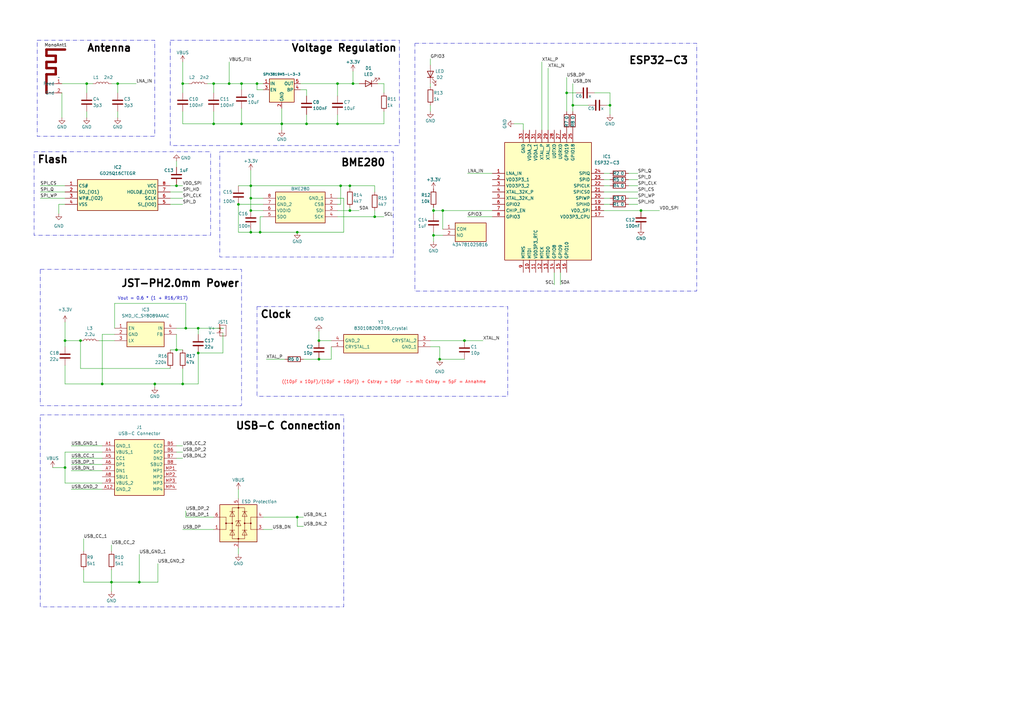
<source format=kicad_sch>
(kicad_sch (version 20230121) (generator eeschema)
  (paper "A3")
  (lib_symbols
    (symbol "830108208709:830108208709"
      (property "Reference" "Y" (at 36.83 7.62 0))
      (property "Value" "830108208709" (at 36.83 5.08 0))
      (symbol "830108208709_1_1"
        (rectangle (start 5.08 2.54) (end 35.56 -5.08) (stroke (width 0.254)) (fill (type background)))
        (pin passive line (at 0 -2.54 0) (length 5.08) (name "CRYSTAL_1") (number "1"))
        (pin passive line (at 40.64 -2.54 180) (length 5.08) (name "GND_1") (number "2"))
        (pin passive line (at 40.64 0 180) (length 5.08) (name "CRYSTAL_2") (number "3"))
        (pin passive line (at 0 0 0) (length 5.08) (name "GND_2") (number "4"))
      )
    )
    (symbol "BME280:BME280"
      (property "Reference" "HM" (at 26.67 7.62 0))
      (property "Value" "BME280" (at 26.67 5.08 0))
      (symbol "BME280_1_1"
        (rectangle (start 5.08 2.54) (end 25.4 -10.16) (stroke (width 0.254)) (fill (type background)))
        (pin power_in line (at 30.48 0 180) (length 5.08) (name "GND_1") (number "1"))
        (pin input line (at 30.48 -2.54 180) (length 5.08) (name "CSB") (number "2"))
        (pin passive line (at 30.48 -5.08 180) (length 5.08) (name "SDI") (number "3"))
        (pin passive line (at 30.48 -7.62 180) (length 5.08) (name "SCK") (number "4"))
        (pin passive line (at 0 -7.62 0) (length 5.08) (name "SDO") (number "5"))
        (pin power_in line (at 0 -5.08 0) (length 5.08) (name "VDDIO") (number "6"))
        (pin power_in line (at 0 -2.54 0) (length 5.08) (name "GND_2") (number "7"))
        (pin power_in line (at 0 0 0) (length 5.08) (name "VDD") (number "8"))
      )
    )
    (symbol "Device:C" (pin_numbers hide) (pin_names (offset 0.254))
      (property "Reference" "C" (at 0.635 2.54 0))
      (property "Value" "C" (at 0.635 -2.54 0))
      (symbol "C_0_1"
        (polyline (pts (xy -2.032 -0.762) (xy 2.032 -0.762)) (stroke (width 0.508)))
        (polyline (pts (xy -2.032 0.762) (xy 2.032 0.762)) (stroke (width 0.508)))
      )
      (symbol "C_1_1"
        (pin passive line (at 0 3.81 270) (length 2.794) (name "~") (number "1"))
        (pin passive line (at 0 -3.81 90) (length 2.794) (name "~") (number "2"))
      )
    )
    (symbol "Device:L" (pin_numbers hide) (pin_names (offset 1.016) hide)
      (property "Reference" "L" (at -1.27 0 90))
      (property "Value" "L" (at 1.905 0 90))
      (symbol "L_0_1"
        (arc (start 0 -2.54) (mid 0.6323 -1.905) (end 0 -1.27))
        (arc (start 0 -1.27) (mid 0.6323 -0.635) (end 0 0))
        (arc (start 0 0) (mid 0.6323 0.635) (end 0 1.27))
        (arc (start 0 1.27) (mid 0.6323 1.905) (end 0 2.54))
      )
      (symbol "L_1_1"
        (pin passive line (at 0 3.81 270) (length 1.27) (name "1") (number "1"))
        (pin passive line (at 0 -3.81 90) (length 1.27) (name "2") (number "2"))
      )
    )
    (symbol "Device:LED" (pin_numbers hide) (pin_names (offset 1.016) hide)
      (property "Reference" "D" (at 0 2.54 0))
      (property "Value" "LED" (at 0 -2.54 0))
      (symbol "LED_0_1"
        (polyline (pts (xy -1.27 -1.27) (xy -1.27 1.27)) (stroke (width 0.254)))
        (polyline (pts (xy -1.27 0) (xy 1.27 0)))
        (polyline (pts (xy 1.27 -1.27) (xy 1.27 1.27) (xy -1.27 0) (xy 1.27 -1.27)) (stroke (width 0.254)))
        (polyline (pts (xy -3.048 -0.762) (xy -4.572 -2.286) (xy -3.81 -2.286) (xy -4.572 -2.286) (xy -4.572 -1.524)))
        (polyline (pts (xy -1.778 -0.762) (xy -3.302 -2.286) (xy -2.54 -2.286) (xy -3.302 -2.286) (xy -3.302 -1.524)))
      )
      (symbol "LED_1_1"
        (pin passive line (at -3.81 0 0) (length 2.54) (name "K") (number "1"))
        (pin passive line (at 3.81 0 180) (length 2.54) (name "A") (number "2"))
      )
    )
    (symbol "Device:R" (pin_numbers hide) (pin_names (offset 0))
      (property "Reference" "R" (at 2.032 0 90))
      (property "Value" "R" (at 0 0 90))
      (symbol "R_0_1"
        (rectangle (start -1.016 -2.54) (end 1.016 2.54) (stroke (width 0.254)))
      )
      (symbol "R_1_1"
        (pin passive line (at 0 3.81 270) (length 1.27) (name "~") (number "1"))
        (pin passive line (at 0 -3.81 90) (length 1.27) (name "~") (number "2"))
      )
    )
    (symbol "Device:antenna_triangle"
      (property "Reference" "MonoAnt1" (at -1.27 15.875 0))
      (property "Value" "~" (at 0 2.54 0))
      (symbol "antenna_triangle_0_1"
        (polyline (pts (xy 1.27 -3.81) (xy -5.08 -3.81)))
        (polyline (pts (xy 1.27 0) (xy -5.08 0)))
      )
      (symbol "antenna_triangle_1_1"
        (polyline (pts (xy -5.08 -3.81) (xy -5.08 3.81)) (stroke (width 1)))
        (polyline (pts (xy -5.08 3.81) (xy -1.27 3.81)) (stroke (width 1)))
        (polyline (pts (xy -5.08 6.35) (xy -5.08 8.89)) (stroke (width 1)))
        (polyline (pts (xy -5.08 8.89) (xy -1.27 8.89)) (stroke (width 1)))
        (polyline (pts (xy -5.08 11.43) (xy -5.08 13.97)) (stroke (width 1)))
        (polyline (pts (xy -5.08 13.97) (xy 2.54 13.97)) (stroke (width 1)))
        (polyline (pts (xy -1.27 3.81) (xy -1.27 6.35)) (stroke (width 1)))
        (polyline (pts (xy -1.27 6.35) (xy -5.08 6.35)) (stroke (width 1)))
        (polyline (pts (xy -1.27 8.89) (xy -1.27 11.43)) (stroke (width 1)))
        (polyline (pts (xy -1.27 11.43) (xy -5.08 11.43)) (stroke (width 1)))
        (pin input line (at 1.27 0 180) (length 2.54) (name "Feed") (number "1"))
        (pin output line (at 1.27 -3.81 180) (length 2.54) (name "Gnd") (number "2"))
      )
    )
    (symbol "ESP32-C3:ESP32-C3"
      (property "Reference" "IC" (at 41.91 17.78 0))
      (property "Value" "ESP32-C3" (at 41.91 15.24 0))
      (symbol "ESP32-C3_1_1"
        (rectangle (start 5.08 12.7) (end 40.64 -35.56) (stroke (width 0.254)) (fill (type background)))
        (pin passive line (at 0 0 0) (length 5.08) (name "LNA_IN") (number "1"))
        (pin passive line (at 15.24 -40.64 90) (length 5.08) (name "MTDI") (number "10"))
        (pin passive line (at 17.78 -40.64 90) (length 5.08) (name "VDD3P3_RTC") (number "11"))
        (pin passive line (at 20.32 -40.64 90) (length 5.08) (name "MTCK") (number "12"))
        (pin passive line (at 22.86 -40.64 90) (length 5.08) (name "MTDO") (number "13"))
        (pin passive line (at 25.4 -40.64 90) (length 5.08) (name "GPIO8") (number "14"))
        (pin passive line (at 27.94 -40.64 90) (length 5.08) (name "GPIO9") (number "15"))
        (pin passive line (at 30.48 -40.64 90) (length 5.08) (name "GPIO10") (number "16"))
        (pin passive line (at 45.72 -17.78 180) (length 5.08) (name "VDD3P3_CPU") (number "17"))
        (pin passive line (at 45.72 -15.24 180) (length 5.08) (name "VDD_SPI") (number "18"))
        (pin passive line (at 45.72 -12.7 180) (length 5.08) (name "SPIHD") (number "19"))
        (pin passive line (at 0 -2.54 0) (length 5.08) (name "VDD3P3_1") (number "2"))
        (pin passive line (at 45.72 -10.16 180) (length 5.08) (name "SPIWP") (number "20"))
        (pin passive line (at 45.72 -7.62 180) (length 5.08) (name "SPICS0") (number "21"))
        (pin passive line (at 45.72 -5.08 180) (length 5.08) (name "SPICLK") (number "22"))
        (pin passive line (at 45.72 -2.54 180) (length 5.08) (name "SPID") (number "23"))
        (pin passive line (at 45.72 0 180) (length 5.08) (name "SPIQ") (number "24"))
        (pin passive line (at 33.02 17.78 270) (length 5.08) (name "GPIO18") (number "25"))
        (pin passive line (at 30.48 17.78 270) (length 5.08) (name "GPIO19") (number "26"))
        (pin passive line (at 27.94 17.78 270) (length 5.08) (name "U0RXD") (number "27"))
        (pin passive line (at 25.4 17.78 270) (length 5.08) (name "U0TXD") (number "28"))
        (pin passive line (at 22.86 17.78 270) (length 5.08) (name "XTAL_N") (number "29"))
        (pin passive line (at 0 -5.08 0) (length 5.08) (name "VDD3P3_2") (number "3"))
        (pin passive line (at 20.32 17.78 270) (length 5.08) (name "XTAL_P") (number "30"))
        (pin passive line (at 17.78 17.78 270) (length 5.08) (name "VDDA_1") (number "31"))
        (pin passive line (at 15.24 17.78 270) (length 5.08) (name "VDDA_2") (number "32"))
        (pin passive line (at 12.7 17.78 270) (length 5.08) (name "GND") (number "33"))
        (pin passive line (at 0 -7.62 0) (length 5.08) (name "XTAL_32K_P") (number "4"))
        (pin passive line (at 0 -10.16 0) (length 5.08) (name "XTAL_32K_N") (number "5"))
        (pin passive line (at 0 -12.7 0) (length 5.08) (name "GPIO2") (number "6"))
        (pin passive line (at 0 -15.24 0) (length 5.08) (name "CHIP_EN") (number "7"))
        (pin passive line (at 0 -17.78 0) (length 5.08) (name "GPIO3") (number "8"))
        (pin passive line (at 12.7 -40.64 90) (length 5.08) (name "MTMS") (number "9"))
      )
    )
    (symbol "GD25Q16CTEGR:GD25Q16CTEGR"
      (property "Reference" "IC" (at 39.37 7.62 0))
      (property "Value" "GD25Q16CTEGR" (at 39.37 5.08 0))
      (symbol "GD25Q16CTEGR_1_1"
        (rectangle (start 5.08 2.54) (end 38.1 -10.16) (stroke (width 0.254)) (fill (type background)))
        (pin passive line (at 0 0 0) (length 5.08) (name "CS#") (number "1"))
        (pin passive line (at 0 -2.54 0) (length 5.08) (name "SO_(IO1)") (number "2"))
        (pin passive line (at 0 -5.08 0) (length 5.08) (name "WP#_(IO2)") (number "3"))
        (pin passive line (at 0 -7.62 0) (length 5.08) (name "VSS") (number "4"))
        (pin passive line (at 43.18 -7.62 180) (length 5.08) (name "SI_(IO0)") (number "5"))
        (pin passive line (at 43.18 -5.08 180) (length 5.08) (name "SCLK") (number "6"))
        (pin passive line (at 43.18 -2.54 180) (length 5.08) (name "HOLD#_(IO3)") (number "7"))
        (pin passive line (at 43.18 0 180) (length 5.08) (name "VCC") (number "8"))
      )
    )
    (symbol "GSB1C41110SSHR:GSB1C41110SSHR"
      (property "Reference" "J" (at 26.67 7.62 0))
      (property "Value" "GSB1C41110SSHR" (at 26.67 5.08 0))
      (symbol "GSB1C41110SSHR_1_1"
        (rectangle (start 5.08 2.54) (end 25.4 -20.32) (stroke (width 0.254)) (fill (type background)))
        (pin passive line (at 0 0 0) (length 5.08) (name "GND_1") (number "A1"))
        (pin passive line (at 0 -17.78 0) (length 5.08) (name "GND_2") (number "A12"))
        (pin passive line (at 0 -2.54 0) (length 5.08) (name "VBUS_1") (number "A4"))
        (pin passive line (at 0 -5.08 0) (length 5.08) (name "CC1") (number "A5"))
        (pin passive line (at 0 -7.62 0) (length 5.08) (name "DP1") (number "A6"))
        (pin passive line (at 0 -10.16 0) (length 5.08) (name "DN1") (number "A7"))
        (pin passive line (at 0 -12.7 0) (length 5.08) (name "SBU1") (number "A8"))
        (pin passive line (at 0 -15.24 0) (length 5.08) (name "VBUS_2") (number "A9"))
        (pin passive line (at 30.48 0 180) (length 5.08) (name "CC2") (number "B5"))
        (pin passive line (at 30.48 -2.54 180) (length 5.08) (name "DP2") (number "B6"))
        (pin passive line (at 30.48 -5.08 180) (length 5.08) (name "DN2") (number "B7"))
        (pin passive line (at 30.48 -7.62 180) (length 5.08) (name "SBU2") (number "B8"))
        (pin passive line (at 30.48 -10.16 180) (length 5.08) (name "MP1") (number "MP1"))
        (pin passive line (at 30.48 -12.7 180) (length 5.08) (name "MP2") (number "MP2"))
        (pin passive line (at 30.48 -15.24 180) (length 5.08) (name "MP3") (number "MP3"))
        (pin passive line (at 30.48 -17.78 180) (length 5.08) (name "MP4") (number "MP4"))
      )
    )
    (symbol "JST_Connectors:JST-PH2.0mm"
      (property "Reference" "U" (at 0 0 0))
      (symbol "JST-PH2.0mm_0_1"
        (rectangle (start -1.27 1.27) (end 1.27 -3.175))
      )
      (symbol "JST-PH2.0mm_1_1"
        (pin input line (at 0 0 180) (length 2.54) (name "V+") (number "1"))
        (pin input line (at 0 -1.905 180) (length 2.54) (name "V-") (number "2"))
      )
    )
    (symbol "Power_Protection:USBLC6-2P6" (pin_names hide)
      (property "Reference" "U" (at 2.54 8.89 0))
      (property "Value" "USBLC6-2P6" (at 2.54 -8.89 0))
      (symbol "USBLC6-2P6_0_1"
        (rectangle (start -7.62 -7.62) (end 7.62 7.62) (stroke (width 0.254)) (fill (type background)))
        (circle (center -5.08 0) (radius 0.254) (fill (type outline)))
        (circle (center -2.54 0) (radius 0.254) (fill (type outline)))
        (rectangle (start -2.54 6.35) (end 2.54 -6.35))
        (circle (center 0 -6.35) (radius 0.254) (fill (type outline)))
        (polyline (pts (xy -5.08 -2.54) (xy -7.62 -2.54)))
        (polyline (pts (xy -5.08 0) (xy -5.08 -2.54)))
        (polyline (pts (xy -5.08 2.54) (xy -7.62 2.54)))
        (polyline (pts (xy -1.524 -2.794) (xy -3.556 -2.794)))
        (polyline (pts (xy -1.524 4.826) (xy -3.556 4.826)))
        (polyline (pts (xy 0 -7.62) (xy 0 -6.35)))
        (polyline (pts (xy 0 -6.35) (xy 0 1.27)))
        (polyline (pts (xy 0 1.27) (xy 0 6.35)))
        (polyline (pts (xy 0 6.35) (xy 0 7.62)))
        (polyline (pts (xy 1.524 -2.794) (xy 3.556 -2.794)))
        (polyline (pts (xy 1.524 4.826) (xy 3.556 4.826)))
        (polyline (pts (xy 5.08 -2.54) (xy 7.62 -2.54)))
        (polyline (pts (xy 5.08 0) (xy 5.08 -2.54)))
        (polyline (pts (xy 5.08 2.54) (xy 7.62 2.54)))
        (polyline (pts (xy -2.54 0) (xy -5.08 0) (xy -5.08 2.54)))
        (polyline (pts (xy 2.54 0) (xy 5.08 0) (xy 5.08 2.54)))
        (polyline (pts (xy -3.556 -4.826) (xy -1.524 -4.826) (xy -2.54 -2.794) (xy -3.556 -4.826)))
        (polyline (pts (xy -3.556 2.794) (xy -1.524 2.794) (xy -2.54 4.826) (xy -3.556 2.794)))
        (polyline (pts (xy -1.016 -1.016) (xy 1.016 -1.016) (xy 0 1.016) (xy -1.016 -1.016)))
        (polyline (pts (xy 1.016 1.016) (xy 0.762 1.016) (xy -1.016 1.016) (xy -1.016 0.508)))
        (polyline (pts (xy 3.556 -4.826) (xy 1.524 -4.826) (xy 2.54 -2.794) (xy 3.556 -4.826)))
        (polyline (pts (xy 3.556 2.794) (xy 1.524 2.794) (xy 2.54 4.826) (xy 3.556 2.794)))
        (circle (center 0 6.35) (radius 0.254) (fill (type outline)))
        (circle (center 2.54 0) (radius 0.254) (fill (type outline)))
        (circle (center 5.08 0) (radius 0.254) (fill (type outline)))
      )
      (symbol "USBLC6-2P6_1_1"
        (pin passive line (at -10.16 -2.54 0) (length 2.54) (name "I/O1") (number "1"))
        (pin passive line (at 0 -10.16 90) (length 2.54) (name "GND") (number "2"))
        (pin passive line (at 10.16 -2.54 180) (length 2.54) (name "I/O2") (number "3"))
        (pin passive line (at 10.16 2.54 180) (length 2.54) (name "I/O2") (number "4"))
        (pin passive line (at 0 10.16 270) (length 2.54) (name "VBUS") (number "5"))
        (pin passive line (at -10.16 2.54 0) (length 2.54) (name "I/O1") (number "6"))
      )
    )
    (symbol "Regulator_Linear:SPX3819M5-L-3-3" (pin_names (offset 0.254))
      (property "Reference" "U" (at -3.81 5.715 0))
      (property "Value" "SPX3819M5-L-3-3" (at 0 5.715 0))
      (symbol "SPX3819M5-L-3-3_0_1"
        (rectangle (start -5.08 4.445) (end 5.08 -5.08) (stroke (width 0.254)) (fill (type background)))
      )
      (symbol "SPX3819M5-L-3-3_1_1"
        (pin power_in line (at -7.62 2.54 0) (length 2.54) (name "IN") (number "1"))
        (pin power_in line (at 0 -7.62 90) (length 2.54) (name "GND") (number "2"))
        (pin input line (at -7.62 0 0) (length 2.54) (name "EN") (number "3"))
        (pin input line (at 7.62 0 180) (length 2.54) (name "BP") (number "4"))
        (pin power_out line (at 7.62 2.54 180) (length 2.54) (name "OUT") (number "5"))
      )
    )
    (symbol "SMD_IC_SY8089AAAC:SMD_IC_SY8089AAAC"
      (property "Reference" "IC" (at 21.59 7.62 0))
      (property "Value" "SMD_IC_SY8089AAAC" (at 21.59 5.08 0))
      (symbol "SMD_IC_SY8089AAAC_1_1"
        (rectangle (start 5.08 2.54) (end 20.32 -7.62) (stroke (width 0.254)) (fill (type background)))
        (pin passive line (at 0 0 0) (length 5.08) (name "EN") (number "1"))
        (pin passive line (at 0 -2.54 0) (length 5.08) (name "GND") (number "2"))
        (pin passive line (at 0 -5.08 0) (length 5.08) (name "LX") (number "3"))
        (pin passive line (at 25.4 0 180) (length 5.08) (name "IN") (number "4"))
        (pin passive line (at 25.4 -2.54 180) (length 5.08) (name "FB") (number "5"))
      )
    )
    (symbol "power:+3.3V" (power) (pin_names (offset 0))
      (property "Value" "+3.3V" (at 0 3.556 0))
      (symbol "+3.3V_0_1"
        (polyline (pts (xy -0.762 1.27) (xy 0 2.54)))
        (polyline (pts (xy 0 0) (xy 0 2.54)))
        (polyline (pts (xy 0 2.54) (xy 0.762 1.27)))
      )
      (symbol "+3.3V_1_1"
        (pin power_in line (at 0 0 90) (length 0) hide (name "+3.3V") (number "1"))
      )
    )
    (symbol "power:GND" (power) (pin_names (offset 0))
      (property "Value" "GND" (at 0 -3.81 0))
      (symbol "GND_0_1"
        (polyline (pts (xy 0 0) (xy 0 -1.27) (xy 1.27 -1.27) (xy 0 -2.54) (xy -1.27 -1.27) (xy 0 -1.27)))
      )
      (symbol "GND_1_1"
        (pin power_in line (at 0 0 270) (length 0) hide (name "GND") (number "1"))
      )
    )
    (symbol "power:VBUS" (power) (pin_names (offset 0))
      (property "Value" "VBUS" (at 0 3.81 0))
      (symbol "VBUS_0_1"
        (polyline (pts (xy -0.762 1.27) (xy 0 2.54)))
        (polyline (pts (xy 0 0) (xy 0 2.54)))
        (polyline (pts (xy 0 2.54) (xy 0.762 1.27)))
      )
      (symbol "VBUS_1_1"
        (pin power_in line (at 0 0 90) (length 0) hide (name "VBUS") (number "1"))
      )
    )
    (symbol "tactical_switch_SensorHub:434781025816"
      (property "Reference" "S" (at 19.05 7.62 0))
      (property "Value" "434781025816" (at 19.05 5.08 0))
      (symbol "434781025816_1_1"
        (rectangle (start 5.08 2.54) (end 17.78 -5.08) (stroke (width 0.254)) (fill (type background)))
        (pin passive line (at 0 0 0) (length 5.08) (name "COM") (number "1"))
        (pin passive line (at 0 -2.54 0) (length 5.08) (name "NO") (number "2"))
      )
    )
  )
  (junction (at 153.67 88.9))
  (junction (at 232.41 38.1))
  (junction (at 250.19 43.18))
  (junction (at 26.67 139.7))
  (junction (at 177.8 96.52))
  (junction (at 81.28 144.78))
  (junction (at 102.87 86.36))
  (junction (at 121.92 95.25))
  (junction (at 41.91 157.48))
  (junction (at 72.39 143.51))
  (junction (at 262.89 86.36))
  (junction (at 87.63 34.29))
  (junction (at 190.5 139.7))
  (junction (at 76.2 134.62))
  (junction (at 26.67 191.77))
  (junction (at 72.39 76.2))
  (junction (at 121.92 212.09))
  (junction (at 74.93 157.48))
  (junction (at 81.28 134.62))
  (junction (at 143.51 76.2))
  (junction (at 87.63 50.8))
  (junction (at 102.87 76.2))
  (junction (at 106.68 95.25))
  (junction (at 115.57 50.8))
  (junction (at 144.78 34.29))
  (junction (at 57.15 238.76))
  (junction (at 97.79 83.82))
  (junction (at 102.87 95.25))
  (junction (at 139.7 76.2))
  (junction (at 35.56 34.29))
  (junction (at 125.73 50.8))
  (junction (at 33.02 139.7))
  (junction (at 99.06 34.29))
  (junction (at 177.8 86.36))
  (junction (at 102.87 81.28))
  (junction (at 74.93 34.29))
  (junction (at 99.06 50.8))
  (junction (at 181.61 86.36))
  (junction (at 138.43 34.29))
  (junction (at 105.41 34.29))
  (junction (at 45.72 238.76))
  (junction (at 130.81 147.32))
  (junction (at 234.95 43.18))
  (junction (at 93.98 34.29))
  (junction (at 180.34 147.32))
  (junction (at 143.51 86.36))
  (junction (at 48.26 34.29))
  (junction (at 138.43 50.8))
  (junction (at 63.5 157.48))
  (junction (at 130.81 139.7))
  (wire (pts (xy 69.85 83.82) (xy 74.93 83.82)))
  (wire (pts (xy 97.79 224.79) (xy 97.79 227.33)))
  (wire (pts (xy 177.8 85.09) (xy 177.8 86.36)))
  (wire (pts (xy 234.95 43.18) (xy 234.95 45.72)))
  (wire (pts (xy 57.15 227.33) (xy 57.15 238.76)))
  (wire (pts (xy 247.65 78.74) (xy 261.62 78.74)))
  (wire (pts (xy 26.67 132.08) (xy 26.67 139.7)))
  (wire (pts (xy 250.19 43.18) (xy 250.19 38.1)))
  (wire (pts (xy 109.22 147.32) (xy 116.84 147.32)))
  (wire (pts (xy 40.64 139.7) (xy 46.99 139.7)))
  (wire (pts (xy 177.8 86.36) (xy 181.61 86.36)))
  (wire (pts (xy 247.65 83.82) (xy 250.19 83.82)))
  (wire (pts (xy 106.68 95.25) (xy 102.87 95.25)))
  (wire (pts (xy 74.93 25.4) (xy 74.93 34.29)))
  (wire (pts (xy 224.79 27.94) (xy 224.79 53.34)))
  (wire (pts (xy 29.21 182.88) (xy 41.91 182.88)))
  (wire (pts (xy 74.93 38.1) (xy 74.93 34.29)))
  (wire (pts (xy 48.26 45.72) (xy 48.26 48.26)))
  (wire (pts (xy 35.56 34.29) (xy 38.1 34.29)))
  (wire (pts (xy 69.85 76.2) (xy 72.39 76.2)))
  (wire (pts (xy 139.7 76.2) (xy 143.51 76.2)))
  (wire (pts (xy 97.79 200.66) (xy 97.79 204.47)))
  (wire (pts (xy 64.77 231.14) (xy 64.77 238.76)))
  (wire (pts (xy 229.87 111.76) (xy 229.87 116.84)))
  (wire (pts (xy 177.8 95.25) (xy 177.8 96.52)))
  (wire (pts (xy 143.51 76.2) (xy 143.51 77.47)))
  (wire (pts (xy 76.2 212.09) (xy 87.63 212.09)))
  (wire (pts (xy 87.63 50.8) (xy 99.06 50.8)))
  (wire (pts (xy 81.28 157.48) (xy 74.93 157.48)))
  (wire (pts (xy 143.51 85.09) (xy 143.51 86.36)))
  (wire (pts (xy 76.2 134.62) (xy 76.2 124.46)))
  (wire (pts (xy 177.8 96.52) (xy 181.61 96.52)))
  (wire (pts (xy 247.65 81.28) (xy 250.19 81.28)))
  (wire (pts (xy 69.85 78.74) (xy 74.93 78.74)))
  (wire (pts (xy 29.21 193.04) (xy 41.91 193.04)))
  (wire (pts (xy 105.41 34.29) (xy 105.41 36.83)))
  (wire (pts (xy 232.41 38.1) (xy 236.22 38.1)))
  (wire (pts (xy 76.2 209.55) (xy 76.2 212.09)))
  (wire (pts (xy 16.51 81.28) (xy 26.67 81.28)))
  (wire (pts (xy 25.4 38.1) (xy 25.4 48.26)))
  (wire (pts (xy 106.68 88.9) (xy 106.68 95.25)))
  (wire (pts (xy 125.73 46.99) (xy 125.73 50.8)))
  (wire (pts (xy 72.39 66.04) (xy 72.39 68.58)))
  (wire (pts (xy 176.53 139.7) (xy 190.5 139.7)))
  (wire (pts (xy 181.61 86.36) (xy 181.61 93.98)))
  (wire (pts (xy 157.48 50.8) (xy 138.43 50.8)))
  (wire (pts (xy 87.63 45.72) (xy 87.63 50.8)))
  (wire (pts (xy 191.77 71.12) (xy 201.93 71.12)))
  (wire (pts (xy 41.91 137.16) (xy 46.99 137.16)))
  (wire (pts (xy 176.53 24.13) (xy 176.53 26.67)))
  (wire (pts (xy 99.06 44.45) (xy 99.06 50.8)))
  (wire (pts (xy 107.95 34.29) (xy 105.41 34.29)))
  (wire (pts (xy 130.81 147.32) (xy 135.89 147.32)))
  (wire (pts (xy 144.78 34.29) (xy 147.32 34.29)))
  (wire (pts (xy 139.7 83.82) (xy 138.43 83.82)))
  (wire (pts (xy 115.57 50.8) (xy 115.57 53.34)))
  (wire (pts (xy 232.41 31.75) (xy 232.41 38.1)))
  (wire (pts (xy 115.57 50.8) (xy 125.73 50.8)))
  (wire (pts (xy 153.67 78.74) (xy 153.67 76.2)))
  (wire (pts (xy 250.19 38.1) (xy 243.84 38.1)))
  (wire (pts (xy 138.43 46.99) (xy 138.43 50.8)))
  (wire (pts (xy 247.65 86.36) (xy 262.89 86.36)))
  (wire (pts (xy 72.39 185.42) (xy 74.93 185.42)))
  (wire (pts (xy 35.56 38.1) (xy 35.56 34.29)))
  (wire (pts (xy 74.93 34.29) (xy 77.47 34.29)))
  (wire (pts (xy 85.09 34.29) (xy 87.63 34.29)))
  (wire (pts (xy 26.67 149.86) (xy 26.67 157.48)))
  (wire (pts (xy 180.34 142.24) (xy 180.34 147.32)))
  (wire (pts (xy 257.81 76.2) (xy 261.62 76.2)))
  (wire (pts (xy 26.67 139.7) (xy 33.02 139.7)))
  (wire (pts (xy 21.59 191.77) (xy 26.67 191.77)))
  (wire (pts (xy 107.95 217.17) (xy 111.76 217.17)))
  (wire (pts (xy 177.8 99.06) (xy 177.8 96.52)))
  (wire (pts (xy 143.51 86.36) (xy 147.32 86.36)))
  (wire (pts (xy 262.89 86.36) (xy 270.51 86.36)))
  (wire (pts (xy 257.81 73.66) (xy 261.62 73.66)))
  (wire (pts (xy 257.81 81.28) (xy 261.62 81.28)))
  (wire (pts (xy 257.81 83.82) (xy 261.62 83.82)))
  (wire (pts (xy 97.79 83.82) (xy 107.95 83.82)))
  (wire (pts (xy 74.93 45.72) (xy 74.93 50.8)))
  (wire (pts (xy 121.92 212.09) (xy 124.46 212.09)))
  (wire (pts (xy 29.21 187.96) (xy 41.91 187.96)))
  (wire (pts (xy 45.72 34.29) (xy 48.26 34.29)))
  (wire (pts (xy 24.13 83.82) (xy 24.13 87.63)))
  (wire (pts (xy 138.43 88.9) (xy 153.67 88.9)))
  (wire (pts (xy 26.67 139.7) (xy 26.67 142.24)))
  (wire (pts (xy 34.29 238.76) (xy 45.72 238.76)))
  (wire (pts (xy 81.28 144.78) (xy 81.28 157.48)))
  (wire (pts (xy 72.39 137.16) (xy 72.39 143.51)))
  (wire (pts (xy 87.63 34.29) (xy 87.63 38.1)))
  (wire (pts (xy 72.39 187.96) (xy 74.93 187.96)))
  (wire (pts (xy 72.39 182.88) (xy 74.93 182.88)))
  (wire (pts (xy 125.73 36.83) (xy 123.19 36.83)))
  (wire (pts (xy 76.2 124.46) (xy 46.99 124.46)))
  (wire (pts (xy 33.02 151.13) (xy 69.85 151.13)))
  (wire (pts (xy 176.53 43.18) (xy 176.53 45.72)))
  (wire (pts (xy 34.29 220.98) (xy 34.29 226.06)))
  (wire (pts (xy 93.98 25.4) (xy 93.98 34.29)))
  (wire (pts (xy 115.57 44.45) (xy 115.57 50.8)))
  (wire (pts (xy 63.5 157.48) (xy 41.91 157.48)))
  (wire (pts (xy 107.95 36.83) (xy 105.41 36.83)))
  (wire (pts (xy 63.5 158.75) (xy 63.5 157.48)))
  (wire (pts (xy 191.77 88.9) (xy 201.93 88.9)))
  (wire (pts (xy 102.87 95.25) (xy 97.79 95.25)))
  (wire (pts (xy 48.26 34.29) (xy 48.26 38.1)))
  (wire (pts (xy 102.87 76.2) (xy 102.87 69.85)))
  (wire (pts (xy 99.06 34.29) (xy 99.06 36.83)))
  (wire (pts (xy 102.87 86.36) (xy 102.87 81.28)))
  (wire (pts (xy 140.97 95.25) (xy 140.97 81.28)))
  (wire (pts (xy 247.65 71.12) (xy 250.19 71.12)))
  (wire (pts (xy 97.79 76.2) (xy 102.87 76.2)))
  (wire (pts (xy 177.8 87.63) (xy 177.8 86.36)))
  (wire (pts (xy 74.93 151.13) (xy 74.93 157.48)))
  (wire (pts (xy 176.53 34.29) (xy 176.53 35.56)))
  (wire (pts (xy 107.95 81.28) (xy 102.87 81.28)))
  (wire (pts (xy 45.72 233.68) (xy 45.72 238.76)))
  (wire (pts (xy 241.3 43.18) (xy 234.95 43.18)))
  (wire (pts (xy 74.93 217.17) (xy 87.63 217.17)))
  (wire (pts (xy 144.78 29.21) (xy 144.78 34.29)))
  (wire (pts (xy 91.44 136.525) (xy 91.44 144.78)))
  (wire (pts (xy 91.44 134.62) (xy 81.28 134.62)))
  (wire (pts (xy 33.02 151.13) (xy 33.02 139.7)))
  (wire (pts (xy 76.2 134.62) (xy 81.28 134.62)))
  (wire (pts (xy 72.39 76.2) (xy 74.93 76.2)))
  (wire (pts (xy 45.72 223.52) (xy 45.72 226.06)))
  (wire (pts (xy 26.67 83.82) (xy 24.13 83.82)))
  (wire (pts (xy 247.65 76.2) (xy 250.19 76.2)))
  (wire (pts (xy 125.73 39.37) (xy 125.73 36.83)))
  (wire (pts (xy 16.51 78.74) (xy 26.67 78.74)))
  (wire (pts (xy 69.85 81.28) (xy 74.93 81.28)))
  (wire (pts (xy 16.51 76.2) (xy 26.67 76.2)))
  (wire (pts (xy 102.87 81.28) (xy 102.87 76.2)))
  (wire (pts (xy 138.43 34.29) (xy 144.78 34.29)))
  (wire (pts (xy 138.43 86.36) (xy 143.51 86.36)))
  (wire (pts (xy 257.81 71.12) (xy 261.62 71.12)))
  (wire (pts (xy 97.79 95.25) (xy 97.79 83.82)))
  (wire (pts (xy 180.34 147.32) (xy 190.5 147.32)))
  (wire (pts (xy 210.82 50.8) (xy 214.63 50.8)))
  (wire (pts (xy 26.67 185.42) (xy 26.67 191.77)))
  (wire (pts (xy 99.06 50.8) (xy 115.57 50.8)))
  (wire (pts (xy 250.19 46.99) (xy 250.19 43.18)))
  (wire (pts (xy 234.95 34.29) (xy 234.95 43.18)))
  (wire (pts (xy 227.33 111.76) (xy 227.33 116.84)))
  (wire (pts (xy 130.81 139.7) (xy 135.89 139.7)))
  (wire (pts (xy 57.15 238.76) (xy 45.72 238.76)))
  (wire (pts (xy 34.29 233.68) (xy 34.29 238.76)))
  (wire (pts (xy 105.41 34.29) (xy 99.06 34.29)))
  (wire (pts (xy 102.87 93.98) (xy 102.87 95.25)))
  (wire (pts (xy 25.4 34.29) (xy 35.56 34.29)))
  (wire (pts (xy 124.46 215.9) (xy 121.92 215.9)))
  (wire (pts (xy 72.39 143.51) (xy 74.93 143.51)))
  (wire (pts (xy 72.39 134.62) (xy 76.2 134.62)))
  (wire (pts (xy 247.65 73.66) (xy 250.19 73.66)))
  (wire (pts (xy 26.67 157.48) (xy 41.91 157.48)))
  (wire (pts (xy 107.95 86.36) (xy 102.87 86.36)))
  (wire (pts (xy 93.98 34.29) (xy 99.06 34.29)))
  (wire (pts (xy 157.48 34.29) (xy 157.48 38.1)))
  (wire (pts (xy 139.7 76.2) (xy 139.7 83.82)))
  (wire (pts (xy 45.72 238.76) (xy 45.72 242.57)))
  (wire (pts (xy 107.95 212.09) (xy 121.92 212.09)))
  (wire (pts (xy 153.67 76.2) (xy 143.51 76.2)))
  (wire (pts (xy 35.56 45.72) (xy 35.56 48.26)))
  (wire (pts (xy 74.93 50.8) (xy 87.63 50.8)))
  (wire (pts (xy 121.92 215.9) (xy 121.92 212.09)))
  (wire (pts (xy 29.21 200.66) (xy 41.91 200.66)))
  (wire (pts (xy 157.48 45.72) (xy 157.48 50.8)))
  (wire (pts (xy 48.26 34.29) (xy 55.88 34.29)))
  (wire (pts (xy 125.73 50.8) (xy 138.43 50.8)))
  (wire (pts (xy 121.92 95.25) (xy 140.97 95.25)))
  (wire (pts (xy 250.19 43.18) (xy 248.92 43.18)))
  (wire (pts (xy 232.41 38.1) (xy 232.41 45.72)))
  (wire (pts (xy 81.28 134.62) (xy 81.28 137.16)))
  (wire (pts (xy 222.25 25.4) (xy 222.25 53.34)))
  (wire (pts (xy 107.95 88.9) (xy 106.68 88.9)))
  (wire (pts (xy 74.93 157.48) (xy 63.5 157.48)))
  (wire (pts (xy 135.89 142.24) (xy 135.89 147.32)))
  (wire (pts (xy 153.67 86.36) (xy 153.67 88.9)))
  (wire (pts (xy 29.21 190.5) (xy 41.91 190.5)))
  (wire (pts (xy 91.44 144.78) (xy 81.28 144.78)))
  (wire (pts (xy 124.46 147.32) (xy 130.81 147.32)))
  (wire (pts (xy 153.67 88.9) (xy 157.48 88.9)))
  (wire (pts (xy 139.7 76.2) (xy 102.87 76.2)))
  (wire (pts (xy 180.34 142.24) (xy 176.53 142.24)))
  (wire (pts (xy 123.19 34.29) (xy 138.43 34.29)))
  (wire (pts (xy 46.99 124.46) (xy 46.99 134.62)))
  (wire (pts (xy 214.63 50.8) (xy 214.63 53.34)))
  (wire (pts (xy 41.91 185.42) (xy 26.67 185.42)))
  (wire (pts (xy 140.97 81.28) (xy 138.43 81.28)))
  (wire (pts (xy 138.43 39.37) (xy 138.43 34.29)))
  (wire (pts (xy 87.63 34.29) (xy 93.98 34.29)))
  (wire (pts (xy 26.67 191.77) (xy 26.67 198.12)))
  (wire (pts (xy 64.77 238.76) (xy 57.15 238.76)))
  (wire (pts (xy 190.5 139.7) (xy 198.12 139.7)))
  (wire (pts (xy 121.92 95.25) (xy 106.68 95.25)))
  (wire (pts (xy 130.81 139.7) (xy 130.81 135.89)))
  (wire (pts (xy 41.91 157.48) (xy 41.91 137.16)))
  (wire (pts (xy 157.48 34.29) (xy 154.94 34.29)))
  (wire (pts (xy 69.85 143.51) (xy 72.39 143.51)))
  (wire (pts (xy 41.91 198.12) (xy 26.67 198.12)))
  (wire (pts (xy 181.61 86.36) (xy 201.93 86.36)))
  (rectangle (start 170.18 17.78) (end 285.75 119.38) (stroke (width 0) (type dash_dot)))
  (rectangle (start 13.97 62.23) (end 86.36 96.52) (stroke (width 0) (type dash_dot)))
  (rectangle (start 69.85 16.51) (end 163.83 59.69) (stroke (width 0) (type dash_dot)))
  (rectangle (start 16.51 110.49) (end 99.06 166.37) (stroke (width 0) (type dash_dot)))
  (rectangle (start 90.17 62.23) (end 161.29 105.41) (stroke (width 0) (type dash_dot)))
  (rectangle (start 16.51 170.18) (end 140.97 248.92) (stroke (width 0) (type dash_dot)))
  (rectangle (start 105.41 125.73) (end 208.28 162.56) (stroke (width 0) (type dash_dot)))
  (rectangle (start 15.24 16.51) (end 63.5 55.88) (stroke (width 0) (type dash_dot)))
  (text "Clock\n" (at 106.68 130.81 0) (effects (font (size 3 3) (thickness 0.6) bold) (justify left bottom)))
  (text "USB-C Connection\n" (at 96.52 176.53 0) (effects (font (size 3 3) (thickness 0.6) bold) (justify left bottom)))
  (text "JST-PH2.0mm Power\n" (at 49.53 118.11 0) (effects (font (size 3 3) (thickness 0.6) bold) (justify left bottom)))
  (text "ESP32-C3" (at 257.81 26.67 0) (effects (font (size 3 3) (thickness 0.6) bold) (justify left bottom)))
  (text "Voltage Regulation\n" (at 119.38 21.59 0) (effects (font (size 3 3) (thickness 0.6) bold) (justify left bottom)))
  (text "((10pF x 10pF)/(10pF + 10pF)) + Cstray = 10pf  -> mit Cstray = 5pF = Annahme" (at 115.57 157.48 0) (effects (font (size 1.27 1.27)) (justify left bottom)))
  (text "Flash\n" (at 15.24 67.31 0) (effects (font (size 3 3) (thickness 0.6) bold) (justify left bottom)))
  (text "Antenna\n" (at 35.56 21.59 0) (effects (font (size 3 3) (thickness 0.6) bold) (justify left bottom)))
  (text "Vout = 0.6 * (1 + R16/R17)" (at 48.26 123.19 0) (effects (font (size 1.27 1.27)) (justify left bottom)))
  (text "BME280" (at 139.7 68.58 0) (effects (font (size 3 3) (thickness 0.6) bold) (justify left bottom)))
  (label "USB_DP" (at 232.41 31.75 0))
  (label "USB_GND_2" (at 64.77 231.14 0))
  (label "SPI_WP" (at 16.51 81.28 0))
  (label "VDD_SPI" (at 270.51 86.36 0))
  (label "VDD_SPI" (at 74.93 76.2 0))
  (label "GPIO3" (at 176.53 24.13 0))
  (label "LNA_IN" (at 191.77 71.12 0))
  (label "USB_CC_2" (at 74.93 182.88 0))
  (label "SDA" (at 229.87 116.84 0))
  (label "USB_DN" (at 111.76 217.17 0))
  (label "USB_GND_2" (at 29.21 200.66 0))
  (label "LNA_IN" (at 55.88 34.29 0))
  (label "USB_DN" (at 234.95 34.29 0))
  (label "GPIO3" (at 191.77 88.9 0))
  (label "USB_DN_1" (at 29.21 193.04 0))
  (label "USB_CC_1" (at 29.21 187.96 0))
  (label "XTAL_N" (at 224.79 27.94 0))
  (label "SPI_CLK" (at 74.93 81.28 0))
  (label "USB_GND_1" (at 57.15 227.33 0))
  (label "SPI_D" (at 261.62 73.66 0))
  (label "USB_DP_2" (at 76.2 209.55 0))
  (label "VBUS_Filt" (at 93.98 25.4 0))
  (label "SCL" (at 227.33 116.84 180))
  (label "SPI_CLK" (at 261.62 76.2 0))
  (label "SPI_CS" (at 16.51 76.2 0))
  (label "USB_CC_2" (at 45.72 223.52 0))
  (label "USB_DP_1" (at 76.2 212.09 0))
  (label "XTAL_P" (at 109.22 147.32 0))
  (label "SPI_Q" (at 261.62 71.12 0))
  (label "SDA" (at 147.32 86.36 0))
  (label "USB_DP_1" (at 29.21 190.5 0))
  (label "USB_DP" (at 74.93 217.17 0))
  (label "USB_DP_2" (at 74.93 185.42 0))
  (label "USB_CC_1" (at 34.29 220.98 0))
  (label "XTAL_N" (at 198.12 139.7 0))
  (label "USB_DN_1" (at 124.46 212.09 0))
  (label "USB_DN_2" (at 74.93 187.96 0))
  (label "SCL" (at 157.48 88.9 0))
  (label "SPI_WP" (at 261.62 81.28 0))
  (label "SPI_CS" (at 261.62 78.74 0))
  (label "SPI_Q" (at 16.51 78.74 0))
  (label "USB_DN_2" (at 124.46 215.9 0))
  (label "SPI_HD" (at 261.62 83.82 0))
  (label "XTAL_P" (at 222.25 25.4 0))
  (label "SPI_D" (at 74.93 83.82 0))
  (label "USB_GND_1" (at 29.21 182.88 0))
  (label "SPI_HD" (at 74.93 78.74 0))
  (symbol (lib_id "Device:R") (at 153.67 82.55 0) (unit 1)
    (property "Reference" "R15" (at 154.94 81.28 0) (effects (justify left)))
    (property "Value" "4k7" (at 154.94 83.82 0) (effects (justify left)))
    (property "Footprint" "Resistor_SMD:R_0201_0603Metric" (effects hide))
  )
  (symbol (lib_id "Device:R") (at 69.85 147.32 0) (unit 1)
    (property "Reference" "R16" (at 64.77 146.05 0) (effects (justify left)))
    (property "Value" "220k" (at 63.5 148.59 0) (effects (justify left)))
    (property "Footprint" "Resistor_SMD:R_0201_0603Metric" (effects hide))
  )
  (symbol (lib_id "Device:C") (at 74.93 41.91 0) (unit 1)
    (property "Reference" "C10" (at 77.47 40.64 0) (effects (justify left)))
    (property "Value" "100nF" (at 77.47 43.18 0) (effects (justify left)))
    (property "Footprint" "Capacitor_SMD:C_0201_0603Metric" (effects hide))
  )
  (symbol (lib_id "Device:R") (at 74.93 147.32 0) (unit 1)
    (property "Reference" "R17" (at 76.2 146.05 0) (effects (justify left)))
    (property "Value" "47k" (at 76.2 148.59 0) (effects (justify left)))
    (property "Footprint" "Resistor_SMD:R_0201_0603Metric" (effects hide))
  )
  (symbol (lib_id "power:GND") (at 262.89 93.98 0) (unit 1)
    (property "Reference" "#PWR024" (effects hide))
    (property "Value" "GND" (at 262.89 97.79 0))
  )
  (symbol (lib_id "Device:C") (at 99.06 40.64 0) (unit 1)
    (property "Reference" "C9" (at 101.6 39.37 0) (effects (justify left)))
    (property "Value" "10uF" (at 101.6 41.91 0) (effects (justify left)))
    (property "Footprint" "Capacitor_SMD:C_0201_0603Metric" (effects hide))
  )
  (symbol (lib_id "power:+3.3V") (at 144.78 29.21 0) (unit 1)
    (property "Reference" "#PWR011" (effects hide))
    (property "Value" "+3.3V" (at 144.78 25.4 0))
  )
  (symbol (lib_id "power:GND") (at 25.4 48.26 0) (unit 1)
    (property "Reference" "#PWR06" (effects hide))
    (property "Value" "GND" (at 25.4 52.07 0))
  )
  (symbol (lib_id "ESP32-C3:ESP32-C3") (at 201.93 71.12 0) (unit 1)
    (property "Reference" "IC1" (at 248.92 64.1919 0))
    (property "Value" "ESP32-C3" (at 248.92 66.7319 0))
    (property "Footprint" "ESP32-C3:QFN50P500X500X90-33N-D" (effects hide))
    (property "Datasheet" "https://www.espressif.com/sites/default/files/documentation/esp32-c3_datasheet_en.pdf" (effects hide))
    (property "Height" "0.9" (effects hide))
    (property "Mouser Part Number" "356-ESP32-C3" (effects hide))
    (property "Mouser Price/Stock" "https://www.mouser.co.uk/ProductDetail/Espressif-Systems/ESP32-C3?qs=iLbezkQI%252BsiMXe7tMG%252Bo%2FA%3D%3D" (effects hide))
    (property "Manufacturer_Name" "Espressif Systems" (effects hide))
    (property "Manufacturer_Part_Number" "ESP32-C3" (effects hide))
  )
  (symbol (lib_id "SMD_IC_SY8089AAAC:SMD_IC_SY8089AAAC") (at 46.99 134.62 0) (unit 1)
    (property "Reference" "IC3" (at 59.69 127 0))
    (property "Value" "SMD_IC_SY8089AAAC" (at 59.69 129.54 0))
    (property "Footprint" "SY8089AAAC:SOT95P285X140-5N" (effects hide))
    (property "Datasheet" "https://www.mouser.in/datasheet/2/306/SY8089AAAC-3223250.pdf" (effects hide))
    (property "Height" "1.4" (effects hide))
    (property "Mouser Part Number" "909-SMDICSY8089AAAC" (effects hide))
    (property "Mouser Price/Stock" "https://www.mouser.co.uk/ProductDetail/Olimex-Ltd/SMD-IC-SY8089AAAC?qs=9vOqFld9vZWYCHRT5zkhFw%3D%3D" (effects hide))
    (property "Manufacturer_Name" "Olimex Ltd." (effects hide))
    (property "Manufacturer_Part_Number" "SMD IC SY8089AAAC" (effects hide))
  )
  (symbol (lib_id "Device:C") (at 138.43 43.18 0) (unit 1)
    (property "Reference" "C7" (at 140.97 41.91 0) (effects (justify left)))
    (property "Value" "10uF" (at 140.97 44.45 0) (effects (justify left)))
    (property "Footprint" "Capacitor_SMD:C_0201_0603Metric" (effects hide))
  )
  (symbol (lib_id "Device:C") (at 97.79 80.01 0) (unit 1)
    (property "Reference" "C15" (at 91.44 78.74 0) (effects (justify left)))
    (property "Value" "100n" (at 91.44 82.55 0) (effects (justify left)))
    (property "Footprint" "Capacitor_SMD:C_0201_0603Metric" (effects hide))
  )
  (symbol (lib_id "Device:L") (at 36.83 139.7 90) (unit 1)
    (property "Reference" "L3" (at 36.83 134.62 90))
    (property "Value" "2.2u" (at 36.83 137.16 90))
    (property "Footprint" "Inductor_SMD:L_0201_0603Metric" (effects hide))
  )
  (symbol (lib_id "Device:R") (at 254 76.2 90) (unit 1)
    (property "Reference" "R4" (at 252.73 76.2 90))
    (property "Value" "0" (at 255.27 76.2 90))
    (property "Footprint" "Resistor_SMD:R_0201_0603Metric" (effects hide))
  )
  (symbol (lib_id "Device:C") (at 35.56 41.91 0) (unit 1)
    (property "Reference" "C4" (at 38.1 40.64 0) (effects (justify left)))
    (property "Value" "3p3" (at 38.1 43.18 0) (effects (justify left)))
    (property "Footprint" "Capacitor_SMD:C_0201_0603Metric" (effects hide))
  )
  (symbol (lib_id "power:GND") (at 250.19 46.99 0) (unit 1)
    (property "Reference" "#PWR08" (effects hide))
    (property "Value" "GND" (at 250.19 50.8 0))
  )
  (symbol (lib_id "Regulator_Linear:SPX3819M5-L-3-3") (at 115.57 36.83 0) (unit 1)
    (property "Reference" "U2" (effects hide))
    (property "Value" "SPX3819M5-L-3-3" (at 115.57 30.48 0) (effects (font (size 1 1))))
    (property "Footprint" "SPX3819M5-L-3-3_TR:SOT95P280X145-5N" (effects hide))
    (property "Datasheet" "https://www.exar.com/content/document.ashx?id=22106&languageid=1033&type=Datasheet&partnumber=SPX3819&filename=SPX3819.pdf&part=SPX3819" (effects hide))
  )
  (symbol (lib_id "Device:C") (at 81.28 140.97 0) (unit 1)
    (property "Reference" "C17" (at 83.82 139.7 0) (effects (justify left)))
    (property "Value" "22u" (at 83.82 142.24 0) (effects (justify left)))
    (property "Footprint" "Capacitor_SMD:C_0201_0603Metric" (effects hide))
  )
  (symbol (lib_id "power:GND") (at 24.13 87.63 0) (unit 1)
    (property "Reference" "#PWR01" (effects hide))
    (property "Value" "GND" (at 24.13 92.71 0))
  )
  (symbol (lib_id "power:VBUS") (at 21.59 191.77 0) (unit 1)
    (property "Reference" "#PWR016" (effects hide))
    (property "Value" "VBUS" (at 21.59 187.96 0))
  )
  (symbol (lib_id "Device:C") (at 240.03 38.1 90) (unit 1)
    (property "Reference" "C6" (at 238.76 39.37 90) (effects (justify left)))
    (property "Value" "x" (at 242.57 39.37 90) (effects (justify left)))
    (property "Footprint" "Capacitor_SMD:C_0201_0603Metric" (effects hide))
  )
  (symbol (lib_id "Device:L") (at 41.91 34.29 90) (unit 1)
    (property "Reference" "L1" (at 39.37 31.75 90))
    (property "Value" "2n2" (at 44.45 31.75 90))
    (property "Footprint" "Inductor_SMD:L_0201_0603Metric" (effects hide))
  )
  (symbol (lib_id "power:GND") (at 63.5 158.75 0) (unit 1)
    (property "Reference" "#PWR023" (effects hide))
    (property "Value" "GND" (at 63.5 162.56 0))
  )
  (symbol (lib_id "Device:R") (at 176.53 39.37 180) (unit 1)
    (property "Reference" "R13" (at 177.8 38.1 0) (effects (justify right)))
    (property "Value" "1k" (at 177.8 40.64 0) (effects (justify right)))
    (property "Footprint" "Resistor_SMD:R_0201_0603Metric" (effects hide))
  )
  (symbol (lib_id "Device:C") (at 262.89 90.17 0) (unit 1)
    (property "Reference" "C12" (at 256.54 90.17 0) (effects (justify left)))
    (property "Value" "100nF" (at 256.54 92.71 0) (effects (justify left)))
    (property "Footprint" "Capacitor_SMD:C_0201_0603Metric" (effects hide))
  )
  (symbol (lib_id "Device:C") (at 72.39 72.39 0) (unit 1)
    (property "Reference" "C13" (at 67.31 69.85 0) (effects (justify left)))
    (property "Value" "1uF" (at 73.66 69.85 0) (effects (justify left)))
    (property "Footprint" "Capacitor_SMD:C_0201_0603Metric" (effects hide))
  )
  (symbol (lib_id "Device:C") (at 26.67 146.05 0) (unit 1)
    (property "Reference" "C18" (at 20.32 144.78 0) (effects (justify left)))
    (property "Value" "22u" (at 20.32 147.32 0) (effects (justify left)))
    (property "Footprint" "Capacitor_SMD:C_0201_0603Metric" (effects hide))
  )
  (symbol (lib_id "Device:R") (at 34.29 229.87 0) (unit 1)
    (property "Reference" "R9" (at 35.56 228.6 0) (effects (justify left)))
    (property "Value" "5k1" (at 35.56 231.14 0) (effects (justify left)))
    (property "Footprint" "Resistor_SMD:R_0201_0603Metric" (effects hide))
  )
  (symbol (lib_id "Device:C") (at 125.73 43.18 0) (unit 1)
    (property "Reference" "C8" (at 128.27 41.91 0) (effects (justify left)))
    (property "Value" "100nF" (at 128.27 44.45 0) (effects (justify left)))
    (property "Footprint" "Capacitor_SMD:C_0201_0603Metric" (effects hide))
  )
  (symbol (lib_id "Power_Protection:USBLC6-2P6") (at 97.79 214.63 0) (unit 1)
    (property "Reference" "U1" (effects hide))
    (property "Value" "ESD Protection" (at 99.06 205.74 0) (effects (justify left)))
    (property "Footprint" "USBLC6-2SC6:SOT95P280X145-6N" (effects hide))
    (property "Datasheet" "https://www.st.com/resource/en/datasheet/usblc6-2.pdf" (effects hide))
  )
  (symbol (lib_id "Device:R") (at 254 81.28 90) (unit 1)
    (property "Reference" "R3" (at 252.73 81.28 90))
    (property "Value" "0" (at 255.27 81.28 90))
    (property "Footprint" "Resistor_SMD:R_0201_0603Metric" (effects hide))
  )
  (symbol (lib_id "Device:LED") (at 151.13 34.29 180) (unit 1)
    (property "Reference" "D1" (at 151.13 27.94 0))
    (property "Value" "LED" (at 151.13 30.48 0))
    (property "Footprint" "ASCKCF00-AP5R5010402:ASCKCF00AP5R5010402" (effects hide))
  )
  (symbol (lib_id "power:GND") (at 176.53 45.72 0) (unit 1)
    (property "Reference" "#PWR019" (effects hide))
    (property "Value" "GND" (at 176.53 49.53 0))
  )
  (symbol (lib_id "Device:R") (at 120.65 147.32 90) (unit 1)
    (property "Reference" "R6" (at 119.38 147.32 90))
    (property "Value" "0" (at 121.92 147.32 90))
    (property "Footprint" "Resistor_SMD:R_0201_0603Metric" (effects hide))
  )
  (symbol (lib_id "power:GND") (at 121.92 95.25 0) (unit 1)
    (property "Reference" "#PWR020" (effects hide))
    (property "Value" "GND" (at 121.92 99.06 0))
  )
  (symbol (lib_id "Device:C") (at 177.8 91.44 0) (unit 1)
    (property "Reference" "C14" (at 171.45 90.17 0) (effects (justify left)))
    (property "Value" "1uF" (at 171.45 92.71 0) (effects (justify left)))
    (property "Footprint" "Capacitor_SMD:C_0201_0603Metric" (effects hide))
  )
  (symbol (lib_id "Device:C") (at 245.11 43.18 90) (unit 1)
    (property "Reference" "C5" (at 243.84 44.45 90) (effects (justify left)))
    (property "Value" "x" (at 247.65 44.45 90) (effects (justify left)))
    (property "Footprint" "Capacitor_SMD:C_0201_0603Metric" (effects hide))
  )
  (symbol (lib_id "Device:R") (at 177.8 81.28 0) (unit 1)
    (property "Reference" "R12" (at 172.72 80.01 0) (effects (justify left)))
    (property "Value" "10k" (at 172.72 82.55 0) (effects (justify left)))
    (property "Footprint" "Resistor_SMD:R_0201_0603Metric" (effects hide))
  )
  (symbol (lib_id "Device:C") (at 102.87 90.17 0) (unit 1)
    (property "Reference" "C16" (at 97.79 87.63 0) (effects (justify left)))
    (property "Value" "100n" (at 97.79 92.71 0) (effects (justify left)))
    (property "Footprint" "Capacitor_SMD:C_0201_0603Metric" (effects hide))
  )
  (symbol (lib_id "Device:R") (at 254 71.12 90) (unit 1)
    (property "Reference" "R2" (at 252.73 71.12 90))
    (property "Value" "0" (at 255.27 71.12 90))
    (property "Footprint" "Resistor_SMD:R_0201_0603Metric" (effects hide))
  )
  (symbol (lib_id "JST_Connectors:JST-PH2.0mm") (at 91.44 134.62 0) (unit 1)
    (property "Reference" "JST1" (at 91.44 132.08 0))
    (property "Value" "~" (at 91.44 134.62 0))
    (property "Footprint" "JST_Connectors:JST-PH2.0mm" (effects hide))
  )
  (symbol (lib_id "Device:LED") (at 176.53 30.48 90) (unit 1)
    (property "Reference" "D2" (at 180.34 31.75 90))
    (property "Value" "LED" (at 180.34 29.21 90))
    (property "Footprint" "ASCKCF00-AP5R5010402:ASCKCF00AP5R5010402" (effects hide))
  )
  (symbol (lib_id "power:+3.3V") (at 102.87 69.85 0) (unit 1)
    (property "Reference" "#PWR021" (effects hide))
    (property "Value" "+3.3V" (at 102.87 66.04 0))
  )
  (symbol (lib_id "power:GND") (at 210.82 50.8 270) (unit 1)
    (property "Reference" "#PWR07" (effects hide))
    (property "Value" "GND" (at 207.01 50.8 0))
  )
  (symbol (lib_id "Device:R") (at 254 83.82 90) (unit 1)
    (property "Reference" "R1" (at 252.73 83.82 90))
    (property "Value" "0" (at 255.27 83.82 90))
    (property "Footprint" "Resistor_SMD:R_0201_0603Metric" (effects hide))
  )
  (symbol (lib_id "power:GND") (at 130.81 135.89 180) (unit 1)
    (property "Reference" "#PWR03" (effects hide))
    (property "Value" "GND" (at 130.81 130.81 0))
  )
  (symbol (lib_id "power:GND") (at 177.8 99.06 0) (unit 1)
    (property "Reference" "#PWR018" (effects hide))
    (property "Value" "GND" (at 177.8 102.87 0))
  )
  (symbol (lib_id "power:GND") (at 48.26 48.26 0) (unit 1)
    (property "Reference" "#PWR05" (effects hide))
    (property "Value" "GND" (at 48.26 52.07 0))
  )
  (symbol (lib_id "830108208709:830108208709") (at 135.89 139.7 0) (unit 1)
    (property "Reference" "Y1" (at 156.21 132.08 0))
    (property "Value" "830108208709_crystal" (at 156.21 134.62 0))
    (property "Footprint" "830108208709:830108208709" (effects hide))
    (property "Datasheet" "https://www.we-online.com/components/products/datasheet/830108208709.pdf" (effects hide))
    (property "Height" "0.6" (effects hide))
    (property "Mouser Part Number" "710-830108208709" (effects hide))
    (property "Mouser Price/Stock" "https://www.mouser.co.uk/ProductDetail/Wurth-Elektronik/830108208709?qs=hWgE7mdIu5RsJlcnX%2FC0HA%3D%3D" (effects hide))
    (property "Manufacturer_Name" "Wurth Elektronik" (effects hide))
    (property "Manufacturer_Part_Number" "830108208709" (effects hide))
  )
  (symbol (lib_id "power:VBUS") (at 74.93 25.4 0) (unit 1)
    (property "Reference" "#PWR015" (effects hide))
    (property "Value" "VBUS" (at 74.93 21.59 0))
  )
  (symbol (lib_id "GSB1C41110SSHR:GSB1C41110SSHR") (at 41.91 182.88 0) (unit 1)
    (property "Reference" "J1" (at 57.15 175.26 0))
    (property "Value" "USB-C Connector" (at 57.15 177.8 0))
    (property "Footprint" "GSB1C41110SSHR:GSB1C41110SSHR" (effects hide))
    (property "Datasheet" "https://cdn.amphenol-cs.com/media/wysiwyg/files/drawing/gsb1c41x10sshr-ax1.pdf" (effects hide))
    (property "Height" "3.41" (effects hide))
    (property "Manufacturer_Name" "Amphenol Communications Solutions" (effects hide))
    (property "Manufacturer_Part_Number" "GSB1C41110SSHR" (effects hide))
  )
  (symbol (lib_id "Device:C") (at 87.63 41.91 0) (unit 1)
    (property "Reference" "C11" (at 90.17 40.64 0) (effects (justify left)))
    (property "Value" "100nF" (at 90.17 43.18 0) (effects (justify left)))
    (property "Footprint" "Capacitor_SMD:C_0201_0603Metric" (effects hide))
  )
  (symbol (lib_id "Device:C") (at 130.81 143.51 0) (unit 1)
    (property "Reference" "C2" (at 125.73 142.24 0) (effects (justify left)))
    (property "Value" "10p" (at 124.46 144.78 0) (effects (justify left)))
    (property "Footprint" "Capacitor_SMD:C_0201_0603Metric" (effects hide))
  )
  (symbol (lib_id "Device:R") (at 157.48 41.91 180) (unit 1)
    (property "Reference" "R11" (at 158.75 40.64 0) (effects (justify right)))
    (property "Value" "1k" (at 158.75 43.18 0) (effects (justify right)))
    (property "Footprint" "Resistor_SMD:R_0201_0603Metric" (effects hide))
  )
  (symbol (lib_id "Device:C") (at 48.26 41.91 0) (unit 1)
    (property "Reference" "C3" (at 50.8 40.64 0) (effects (justify left)))
    (property "Value" "3p3" (at 50.8 43.18 0) (effects (justify left)))
    (property "Footprint" "Capacitor_SMD:C_0201_0603Metric" (effects hide))
  )
  (symbol (lib_id "power:+3.3V") (at 26.67 132.08 0) (unit 1)
    (property "Reference" "#PWR022" (effects hide))
    (property "Value" "+3.3V" (at 26.67 127 0))
  )
  (symbol (lib_id "Device:R") (at 143.51 81.28 0) (unit 1)
    (property "Reference" "R14" (at 144.78 80.01 0) (effects (justify left)))
    (property "Value" "4k7" (at 144.78 82.55 0) (effects (justify left)))
    (property "Footprint" "Resistor_SMD:R_0201_0603Metric" (effects hide))
  )
  (symbol (lib_id "tactical_switch_SensorHub:434781025816") (at 181.61 93.98 0) (unit 1)
    (property "Reference" "S1" (effects hide))
    (property "Value" "434781025816" (at 185.42 100.33 0) (effects (justify left)))
    (property "Footprint" "434781025816:434781025816" (effects hide))
    (property "Datasheet" "https://www.we-online.com/catalog/datasheet/434781025816.pdf" (effects hide))
    (property "Height" "2.6" (effects hide))
    (property "Mouser Part Number" "710-434781025816" (effects hide))
    (property "Mouser Price/Stock" "https://www.mouser.co.uk/ProductDetail/Wurth-Elektronik/434781025816?qs=iLbezkQI%252BsgCw%252BikaZDemA%3D%3D" (effects hide))
    (property "Manufacturer_Name" "Wurth Elektronik" (effects hide))
    (property "Manufacturer_Part_Number" "434781025816" (effects hide))
  )
  (symbol (lib_id "power:GND") (at 72.39 66.04 180) (unit 1)
    (property "Reference" "#PWR013" (effects hide))
    (property "Value" "GND" (at 76.2 64.77 0))
  )
  (symbol (lib_id "Device:R") (at 45.72 229.87 180) (unit 1)
    (property "Reference" "R10" (at 50.8 228.6 0) (effects (justify left)))
    (property "Value" "5k1" (at 50.8 231.14 0) (effects (justify left)))
    (property "Footprint" "Resistor_SMD:R_0201_0603Metric" (effects hide))
  )
  (symbol (lib_id "GD25Q16CTEGR:GD25Q16CTEGR") (at 26.67 76.2 0) (unit 1)
    (property "Reference" "IC2" (at 48.26 68.58 0))
    (property "Value" "GD25Q16CTEGR" (at 48.26 71.12 0))
    (property "Footprint" "GD25Q16CTEGR:SOIC127P600X175-8N" (effects hide))
    (property "Datasheet" "http://www.gigadevice.com/datasheet/gd25q16c/" (effects hide))
    (property "Height" "1.75" (effects hide))
    (property "Mouser Part Number" "363-GD25Q16CTEGR" (effects hide))
    (property "Mouser Price/Stock" "https://www.mouser.co.uk/ProductDetail/GigaDevice/GD25Q16CTEGR?qs=RcG8xmE7yp3MEpo4fCwTkQ%3D%3D" (effects hide))
    (property "Manufacturer_Name" "GigaDevice Semiconductor (HK) Limited" (effects hide))
    (property "Manufacturer_Part_Number" "GD25Q16CTEGR" (effects hide))
  )
  (symbol (lib_id "BME280:BME280") (at 107.95 81.28 0) (unit 1)
    (property "Reference" "HM1" (effects hide))
    (property "Value" "BME280" (at 123.19 77.47 0))
    (property "Footprint" "BME280" (effects hide))
    (property "Datasheet" "https://datasheet.datasheetarchive.com/originals/distributors/DKDS-24/462906.pdf" (effects hide))
    (property "Mouser Part Number" "262-BME280" (effects hide))
    (property "Mouser Price/Stock" "https://www.mouser.co.uk/ProductDetail/Bosch-Sensortec/BME280?qs=2OnyuXx6vpj2fK9HX7qb3g%3D%3D" (effects hide))
    (property "Manufacturer_Name" "BOSCH" (effects hide))
    (property "Manufacturer_Part_Number" "BME280" (effects hide))
  )
  (symbol (lib_id "Device:L") (at 81.28 34.29 90) (unit 1)
    (property "Reference" "L2" (at 78.74 31.75 90))
    (property "Value" "2n2" (at 83.82 31.75 90))
    (property "Footprint" "Inductor_SMD:L_0201_0603Metric" (effects hide))
  )
  (symbol (lib_id "power:+3.3V") (at 177.8 77.47 0) (unit 1)
    (property "Reference" "#PWR014" (effects hide))
    (property "Value" "+3.3V" (at 177.8 73.66 0))
  )
  (symbol (lib_id "Device:antenna_triangle") (at 24.13 34.29 0) (unit 1)
    (property "Reference" "MonoAnt1" (at 22.86 18.415 0))
    (property "Value" "~" (at 24.13 31.75 0))
    (property "Footprint" "Footprint_Lib:Mono_Ant" (effects hide))
  )
  (symbol (lib_id "power:GND") (at 115.57 53.34 0) (unit 1)
    (property "Reference" "#PWR012" (effects hide))
    (property "Value" "GND" (at 115.57 57.15 0))
  )
  (symbol (lib_id "Device:R") (at 254 73.66 90) (unit 1)
    (property "Reference" "R5" (at 252.73 73.66 90))
    (property "Value" "0" (at 255.27 73.66 90))
    (property "Footprint" "Resistor_SMD:R_0201_0603Metric" (effects hide))
  )
  (symbol (lib_id "Device:C") (at 190.5 143.51 0) (unit 1)
    (property "Reference" "C1" (at 193.04 142.24 0) (effects (justify left)))
    (property "Value" "10p" (at 193.04 144.78 0) (effects (justify left)))
    (property "Footprint" "Capacitor_SMD:C_0201_0603Metric" (effects hide))
  )
  (symbol (lib_id "power:GND") (at 180.34 147.32 0) (unit 1)
    (property "Reference" "#PWR02" (effects hide))
    (property "Value" "GND" (at 180.34 152.4 0))
  )
  (symbol (lib_id "Device:R") (at 232.41 49.53 180) (unit 1)
    (property "Reference" "R7" (at 232.41 50.8 90))
    (property "Value" "0" (at 232.41 48.26 90))
    (property "Footprint" "Resistor_SMD:R_0201_0603Metric" (effects hide))
  )
  (symbol (lib_id "Device:R") (at 234.95 49.53 180) (unit 1)
    (property "Reference" "R8" (at 234.95 50.8 90))
    (property "Value" "0" (at 234.95 48.26 90))
    (property "Footprint" "Resistor_SMD:R_0201_0603Metric" (effects hide))
  )
  (symbol (lib_id "power:VBUS") (at 97.79 200.66 0) (unit 1)
    (property "Reference" "#PWR017" (effects hide))
    (property "Value" "VBUS" (at 97.79 196.85 0))
  )
  (symbol (lib_id "power:GND") (at 35.56 48.26 0) (unit 1)
    (property "Reference" "#PWR04" (effects hide))
    (property "Value" "GND" (at 35.56 52.07 0))
  )
  (symbol (lib_id "power:GND") (at 97.79 227.33 0) (unit 1)
    (property "Reference" "#PWR010" (effects hide))
    (property "Value" "GND" (at 97.79 231.14 0))
  )
  (symbol (lib_id "power:GND") (at 45.72 242.57 0) (unit 1)
    (property "Reference" "#PWR09" (effects hide))
    (property "Value" "GND" (at 45.72 246.38 0))
  )
)
</source>
